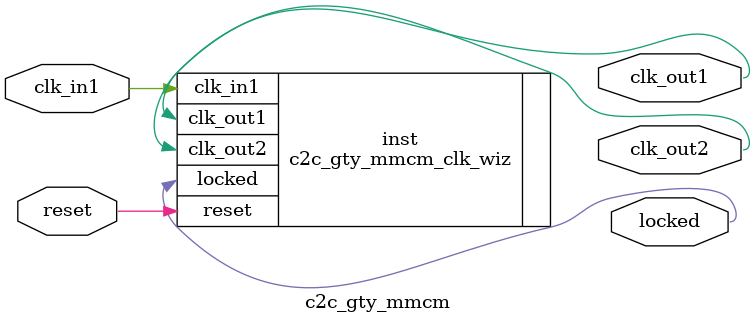
<source format=v>


`timescale 1ps/1ps

(* CORE_GENERATION_INFO = "c2c_gty_mmcm,clk_wiz_v6_0_5_0_0,{component_name=c2c_gty_mmcm,use_phase_alignment=false,use_min_o_jitter=false,use_max_i_jitter=false,use_dyn_phase_shift=false,use_inclk_switchover=false,use_dyn_reconfig=false,enable_axi=0,feedback_source=FDBK_AUTO,PRIMITIVE=MMCM,num_out_clk=2,clkin1_period=6.400,clkin2_period=10.0,use_power_down=false,use_reset=true,use_locked=true,use_inclk_stopped=false,feedback_type=SINGLE,CLOCK_MGR_TYPE=NA,manual_override=false}" *)

module c2c_gty_mmcm 
 (
  // Clock out ports
  output        clk_out1,
  output        clk_out2,
  // Status and control signals
  input         reset,
  output        locked,
 // Clock in ports
  input         clk_in1
 );

  c2c_gty_mmcm_clk_wiz inst
  (
  // Clock out ports  
  .clk_out1(clk_out1),
  .clk_out2(clk_out2),
  // Status and control signals               
  .reset(reset), 
  .locked(locked),
 // Clock in ports
  .clk_in1(clk_in1)
  );

endmodule

</source>
